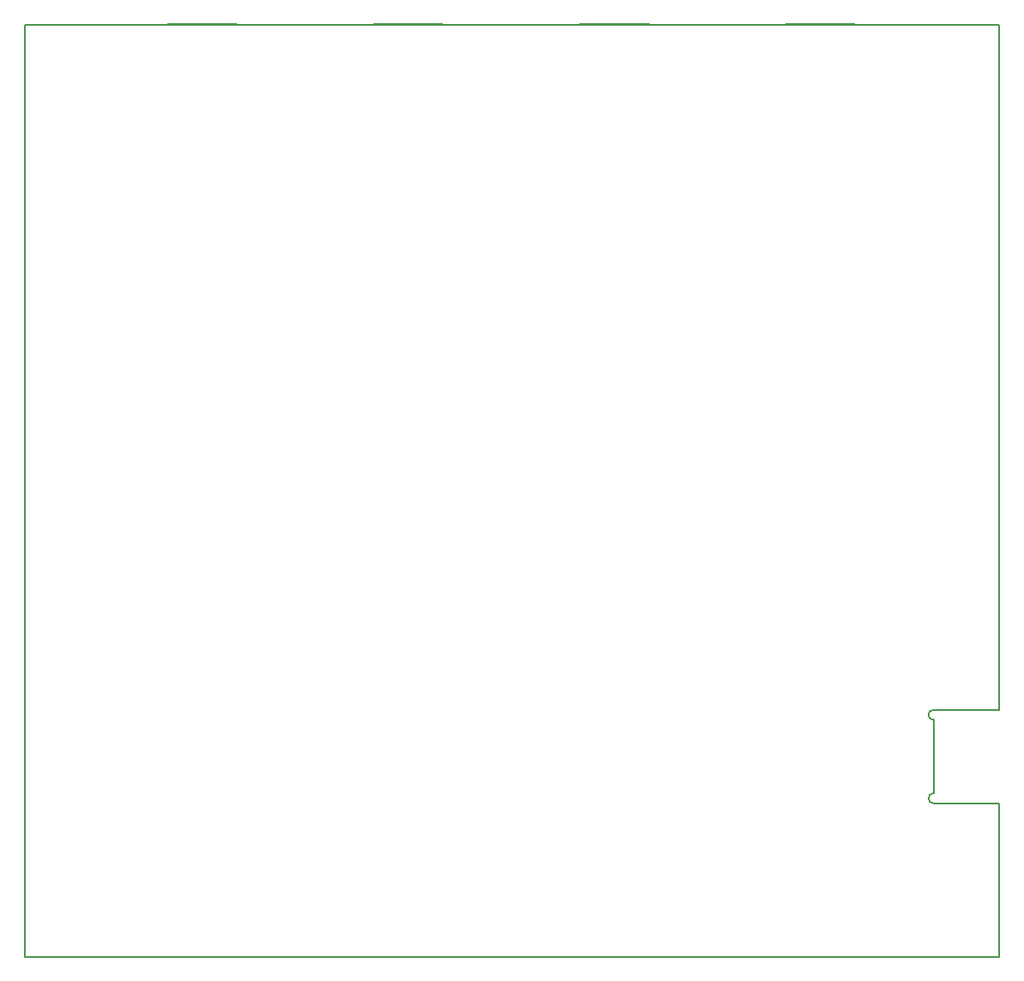
<source format=gm1>
G04*
G04 #@! TF.GenerationSoftware,Altium Limited,Altium Designer,22.0.2 (36)*
G04*
G04 Layer_Color=16711935*
%FSLAX44Y44*%
%MOMM*%
G71*
G04*
G04 #@! TF.SameCoordinates,BB817302-6D05-45A6-82D7-9B19CF937CD1*
G04*
G04*
G04 #@! TF.FilePolarity,Positive*
G04*
G01*
G75*
%ADD11C,0.1500*%
D11*
X896000Y244000D02*
G03*
X896000Y234000I0J-5000D01*
G01*
Y161600D02*
G03*
X896000Y151600I0J-5000D01*
G01*
X749800Y921000D02*
X818800D01*
X547000Y921000D02*
X616000D01*
X343400Y921000D02*
X412400D01*
X140200D02*
X209200D01*
X961000Y141600D02*
Y151600D01*
X896000D02*
X961000D01*
X961000Y0D02*
X961000Y141600D01*
X0Y0D02*
X961000D01*
X961000Y254000D02*
X961000Y920000D01*
X896000Y244000D02*
X961000D01*
Y254000D01*
X896000Y161600D02*
Y234000D01*
X0Y920000D02*
X0Y0D01*
X0Y920000D02*
X961000D01*
X896000Y244000D02*
G03*
X896000Y234000I0J-5000D01*
G01*
Y161600D02*
G03*
X896000Y151600I0J-5000D01*
G01*
X749800Y921000D02*
X818800D01*
X547000Y921000D02*
X616000D01*
X343400Y921000D02*
X412400D01*
X140200D02*
X209200D01*
X961000Y141600D02*
Y151600D01*
X896000D02*
X961000D01*
X961000Y0D02*
X961000Y141600D01*
X0Y0D02*
X961000D01*
X961000Y254000D02*
X961000Y920000D01*
X896000Y244000D02*
X961000D01*
Y254000D01*
X896000Y161600D02*
Y234000D01*
X0Y920000D02*
X0Y0D01*
X0Y920000D02*
X961000D01*
M02*

</source>
